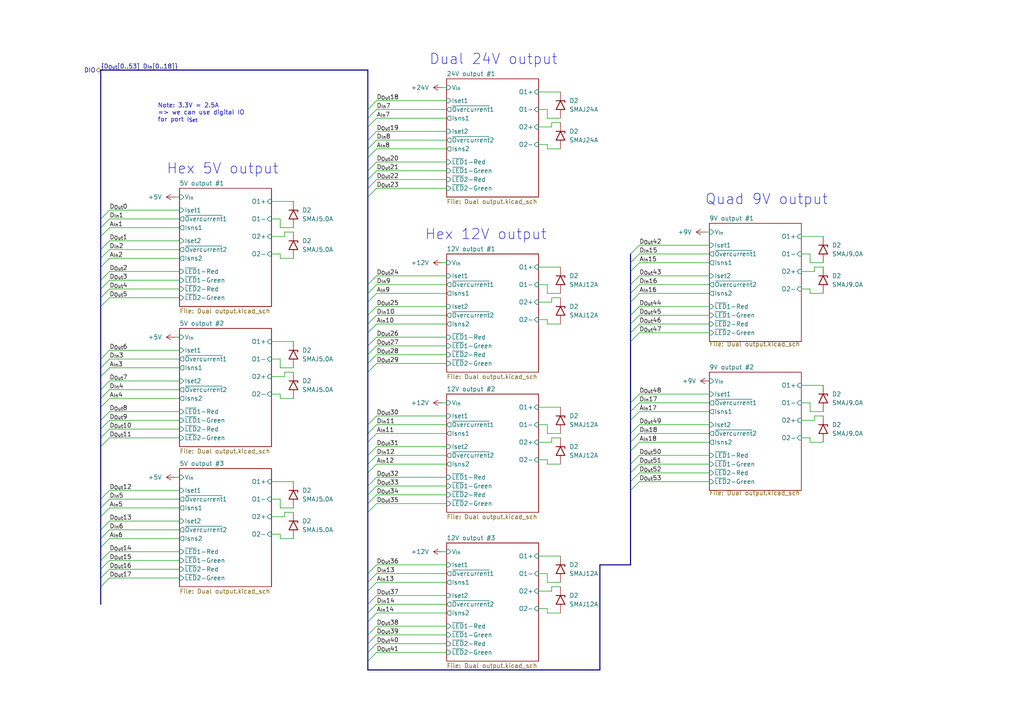
<source format=kicad_sch>
(kicad_sch (version 20230121) (generator eeschema)
  (paper "A4")
  (lib_symbols
    (symbol "Diode:SMAJ12A" (pin_numbers hide) (pin_names (offset 1.016) hide)
      (property "Reference" "D" (at 0 2.54 0))
      (property "Value" "SMAJ12A" (at 0 -2.54 0))
      (symbol "SMAJ12A_0_1"
        (polyline (pts (xy -0.762 1.27) (xy -1.27 1.27) (xy -1.27 -1.27)) (stroke (width 0.254)))
        (polyline (pts (xy 1.27 1.27) (xy 1.27 -1.27) (xy -1.27 0) (xy 1.27 1.27)) (stroke (width 0.254)))
      )
      (symbol "SMAJ12A_1_1"
        (pin passive line (at -3.81 0 0) (length 2.54) (name "A1") (number "1"))
        (pin passive line (at 3.81 0 180) (length 2.54) (name "A2") (number "2"))
      )
    )
    (symbol "power:+12V" (power) (pin_names (offset 0))
      (property "Value" "+12V" (at 0 3.556 0))
      (symbol "+12V_0_1"
        (polyline (pts (xy -0.762 1.27) (xy 0 2.54)))
        (polyline (pts (xy 0 0) (xy 0 2.54)))
        (polyline (pts (xy 0 2.54) (xy 0.762 1.27)))
      )
      (symbol "+12V_1_1"
        (pin power_in line (at 0 0 90) (length 0) hide (name "+12V") (number "1"))
      )
    )
    (symbol "power:+24V" (power) (pin_names (offset 0))
      (property "Value" "+24V" (at 0 3.556 0))
      (symbol "+24V_0_1"
        (polyline (pts (xy -0.762 1.27) (xy 0 2.54)))
        (polyline (pts (xy 0 0) (xy 0 2.54)))
        (polyline (pts (xy 0 2.54) (xy 0.762 1.27)))
      )
      (symbol "+24V_1_1"
        (pin power_in line (at 0 0 90) (length 0) hide (name "+24V") (number "1"))
      )
    )
    (symbol "power:+5V" (power) (pin_names (offset 0))
      (property "Value" "+5V" (at 0 3.556 0))
      (symbol "+5V_0_1"
        (polyline (pts (xy -0.762 1.27) (xy 0 2.54)))
        (polyline (pts (xy 0 0) (xy 0 2.54)))
        (polyline (pts (xy 0 2.54) (xy 0.762 1.27)))
      )
      (symbol "+5V_1_1"
        (pin power_in line (at 0 0 90) (length 0) hide (name "+5V") (number "1"))
      )
    )
    (symbol "power:+9V" (power) (pin_names (offset 0))
      (property "Value" "+9V" (at 0 3.556 0))
      (symbol "+9V_0_1"
        (polyline (pts (xy -0.762 1.27) (xy 0 2.54)))
        (polyline (pts (xy 0 0) (xy 0 2.54)))
        (polyline (pts (xy 0 2.54) (xy 0.762 1.27)))
      )
      (symbol "+9V_1_1"
        (pin power_in line (at 0 0 90) (length 0) hide (name "+9V") (number "1"))
      )
    )
  )
  (bus_entry (at 182.88 142.24) (size 2.54 -2.54))
  (bus_entry (at 182.88 87.63) (size 2.54 -2.54))
  (bus_entry (at 182.88 128.27) (size 2.54 -2.54))
  (bus_entry (at 106.68 175.26) (size 2.54 -2.54))
  (bus_entry (at 106.68 57.15) (size 2.54 -2.54))
  (bus_entry (at 182.88 82.55) (size 2.54 -2.54))
  (bus_entry (at 29.21 106.68) (size 2.54 -2.54))
  (bus_entry (at 29.21 147.32) (size 2.54 -2.54))
  (bus_entry (at 106.68 148.59) (size 2.54 -2.54))
  (bus_entry (at 29.21 74.93) (size 2.54 -2.54))
  (bus_entry (at 106.68 93.98) (size 2.54 -2.54))
  (bus_entry (at 29.21 115.57) (size 2.54 -2.54))
  (bus_entry (at 106.68 105.41) (size 2.54 -2.54))
  (bus_entry (at 29.21 124.46) (size 2.54 -2.54))
  (bus_entry (at 106.68 36.83) (size 2.54 -2.54))
  (bus_entry (at 182.88 134.62) (size 2.54 -2.54))
  (bus_entry (at 106.68 191.77) (size 2.54 -2.54))
  (bus_entry (at 106.68 132.08) (size 2.54 -2.54))
  (bus_entry (at 29.21 167.64) (size 2.54 -2.54))
  (bus_entry (at 106.68 171.45) (size 2.54 -2.54))
  (bus_entry (at 182.88 76.2) (size 2.54 -2.54))
  (bus_entry (at 182.88 121.92) (size 2.54 -2.54))
  (bus_entry (at 29.21 127) (size 2.54 -2.54))
  (bus_entry (at 106.68 137.16) (size 2.54 -2.54))
  (bus_entry (at 29.21 129.54) (size 2.54 -2.54))
  (bus_entry (at 106.68 91.44) (size 2.54 -2.54))
  (bus_entry (at 29.21 68.58) (size 2.54 -2.54))
  (bus_entry (at 106.68 40.64) (size 2.54 -2.54))
  (bus_entry (at 106.68 140.97) (size 2.54 -2.54))
  (bus_entry (at 106.68 31.75) (size 2.54 -2.54))
  (bus_entry (at 106.68 85.09) (size 2.54 -2.54))
  (bus_entry (at 106.68 189.23) (size 2.54 -2.54))
  (bus_entry (at 29.21 149.86) (size 2.54 -2.54))
  (bus_entry (at 106.68 107.95) (size 2.54 -2.54))
  (bus_entry (at 106.68 54.61) (size 2.54 -2.54))
  (bus_entry (at 106.68 87.63) (size 2.54 -2.54))
  (bus_entry (at 106.68 146.05) (size 2.54 -2.54))
  (bus_entry (at 106.68 128.27) (size 2.54 -2.54))
  (bus_entry (at 29.21 121.92) (size 2.54 -2.54))
  (bus_entry (at 29.21 153.67) (size 2.54 -2.54))
  (bus_entry (at 29.21 77.47) (size 2.54 -2.54))
  (bus_entry (at 182.88 93.98) (size 2.54 -2.54))
  (bus_entry (at 182.88 73.66) (size 2.54 -2.54))
  (bus_entry (at 182.88 139.7) (size 2.54 -2.54))
  (bus_entry (at 182.88 78.74) (size 2.54 -2.54))
  (bus_entry (at 29.21 86.36) (size 2.54 -2.54))
  (bus_entry (at 182.88 125.73) (size 2.54 -2.54))
  (bus_entry (at 106.68 134.62) (size 2.54 -2.54))
  (bus_entry (at 106.68 143.51) (size 2.54 -2.54))
  (bus_entry (at 29.21 113.03) (size 2.54 -2.54))
  (bus_entry (at 106.68 45.72) (size 2.54 -2.54))
  (bus_entry (at 106.68 184.15) (size 2.54 -2.54))
  (bus_entry (at 29.21 109.22) (size 2.54 -2.54))
  (bus_entry (at 182.88 96.52) (size 2.54 -2.54))
  (bus_entry (at 29.21 165.1) (size 2.54 -2.54))
  (bus_entry (at 29.21 118.11) (size 2.54 -2.54))
  (bus_entry (at 106.68 166.37) (size 2.54 -2.54))
  (bus_entry (at 182.88 116.84) (size 2.54 -2.54))
  (bus_entry (at 29.21 156.21) (size 2.54 -2.54))
  (bus_entry (at 29.21 144.78) (size 2.54 -2.54))
  (bus_entry (at 106.68 186.69) (size 2.54 -2.54))
  (bus_entry (at 182.88 119.38) (size 2.54 -2.54))
  (bus_entry (at 29.21 88.9) (size 2.54 -2.54))
  (bus_entry (at 182.88 99.06) (size 2.54 -2.54))
  (bus_entry (at 29.21 63.5) (size 2.54 -2.54))
  (bus_entry (at 106.68 180.34) (size 2.54 -2.54))
  (bus_entry (at 106.68 52.07) (size 2.54 -2.54))
  (bus_entry (at 106.68 123.19) (size 2.54 -2.54))
  (bus_entry (at 106.68 177.8) (size 2.54 -2.54))
  (bus_entry (at 106.68 100.33) (size 2.54 -2.54))
  (bus_entry (at 182.88 137.16) (size 2.54 -2.54))
  (bus_entry (at 182.88 85.09) (size 2.54 -2.54))
  (bus_entry (at 29.21 83.82) (size 2.54 -2.54))
  (bus_entry (at 106.68 125.73) (size 2.54 -2.54))
  (bus_entry (at 29.21 158.75) (size 2.54 -2.54))
  (bus_entry (at 182.88 91.44) (size 2.54 -2.54))
  (bus_entry (at 106.68 168.91) (size 2.54 -2.54))
  (bus_entry (at 106.68 49.53) (size 2.54 -2.54))
  (bus_entry (at 106.68 102.87) (size 2.54 -2.54))
  (bus_entry (at 106.68 82.55) (size 2.54 -2.54))
  (bus_entry (at 29.21 170.18) (size 2.54 -2.54))
  (bus_entry (at 182.88 130.81) (size 2.54 -2.54))
  (bus_entry (at 29.21 162.56) (size 2.54 -2.54))
  (bus_entry (at 29.21 72.39) (size 2.54 -2.54))
  (bus_entry (at 29.21 81.28) (size 2.54 -2.54))
  (bus_entry (at 106.68 43.18) (size 2.54 -2.54))
  (bus_entry (at 29.21 104.14) (size 2.54 -2.54))
  (bus_entry (at 106.68 34.29) (size 2.54 -2.54))
  (bus_entry (at 29.21 66.04) (size 2.54 -2.54))
  (bus_entry (at 106.68 96.52) (size 2.54 -2.54))
  (bus (pts (xy 29.21 144.78) (xy 29.21 147.32)))
  (bus (pts (xy 106.68 87.63) (xy 106.68 91.44)))
  (wire (pts (xy 158.75 125.73) (xy 162.56 125.73)))
  (wire (pts (xy 162.56 170.18) (xy 160.02 170.18)))
  (wire (pts (xy 232.41 68.58) (xy 238.76 68.58)))
  (wire (pts (xy 109.22 52.07) (xy 129.54 52.07)))
  (wire (pts (xy 31.75 101.6) (xy 52.07 101.6)))
  (bus (pts (xy 29.21 106.68) (xy 29.21 109.22)))
  (bus (pts (xy 106.68 148.59) (xy 106.68 166.37)))
  (wire (pts (xy 158.75 41.91) (xy 158.75 43.18)))
  (bus (pts (xy 29.21 170.18) (xy 29.21 175.26)))
  (bus (pts (xy 182.88 125.73) (xy 182.88 128.27)))
  (wire (pts (xy 31.75 83.82) (xy 52.07 83.82)))
  (wire (pts (xy 109.22 97.79) (xy 129.54 97.79)))
  (wire (pts (xy 109.22 43.18) (xy 129.54 43.18)))
  (bus (pts (xy 29.21 153.67) (xy 29.21 156.21)))
  (wire (pts (xy 160.02 128.27) (xy 156.21 128.27)))
  (bus (pts (xy 182.88 73.66) (xy 182.88 76.2)))
  (bus (pts (xy 106.68 105.41) (xy 106.68 107.95)))
  (wire (pts (xy 31.75 165.1) (xy 52.07 165.1)))
  (wire (pts (xy 78.74 154.94) (xy 81.28 154.94)))
  (wire (pts (xy 185.42 116.84) (xy 205.74 116.84)))
  (wire (pts (xy 81.28 63.5) (xy 81.28 66.04)))
  (wire (pts (xy 232.41 73.66) (xy 234.95 73.66)))
  (wire (pts (xy 234.95 127) (xy 234.95 128.27)))
  (wire (pts (xy 109.22 93.98) (xy 129.54 93.98)))
  (wire (pts (xy 109.22 105.41) (xy 129.54 105.41)))
  (wire (pts (xy 31.75 160.02) (xy 52.07 160.02)))
  (wire (pts (xy 31.75 153.67) (xy 52.07 153.67)))
  (wire (pts (xy 50.8 57.15) (xy 52.07 57.15)))
  (wire (pts (xy 31.75 119.38) (xy 52.07 119.38)))
  (wire (pts (xy 31.75 78.74) (xy 52.07 78.74)))
  (wire (pts (xy 109.22 91.44) (xy 129.54 91.44)))
  (bus (pts (xy 106.68 134.62) (xy 106.68 137.16)))
  (wire (pts (xy 185.42 96.52) (xy 205.74 96.52)))
  (wire (pts (xy 156.21 123.19) (xy 158.75 123.19)))
  (wire (pts (xy 185.42 76.2) (xy 205.74 76.2)))
  (wire (pts (xy 31.75 162.56) (xy 52.07 162.56)))
  (bus (pts (xy 106.68 52.07) (xy 106.68 54.61)))
  (wire (pts (xy 156.21 82.55) (xy 158.75 82.55)))
  (wire (pts (xy 31.75 121.92) (xy 52.07 121.92)))
  (bus (pts (xy 182.88 93.98) (xy 182.88 96.52)))
  (wire (pts (xy 128.27 25.4) (xy 129.54 25.4)))
  (wire (pts (xy 109.22 49.53) (xy 129.54 49.53)))
  (wire (pts (xy 232.41 116.84) (xy 234.95 116.84)))
  (wire (pts (xy 82.55 68.58) (xy 78.74 68.58)))
  (wire (pts (xy 31.75 156.21) (xy 52.07 156.21)))
  (bus (pts (xy 29.21 162.56) (xy 29.21 165.1)))
  (wire (pts (xy 78.74 139.7) (xy 85.09 139.7)))
  (bus (pts (xy 106.68 102.87) (xy 106.68 105.41)))
  (bus (pts (xy 106.68 85.09) (xy 106.68 87.63)))
  (wire (pts (xy 162.56 86.36) (xy 160.02 86.36)))
  (wire (pts (xy 238.76 77.47) (xy 236.22 77.47)))
  (bus (pts (xy 29.21 68.58) (xy 29.21 72.39)))
  (bus (pts (xy 182.88 78.74) (xy 182.88 82.55)))
  (wire (pts (xy 158.75 85.09) (xy 162.56 85.09)))
  (wire (pts (xy 78.74 73.66) (xy 81.28 73.66)))
  (bus (pts (xy 29.21 124.46) (xy 29.21 127)))
  (wire (pts (xy 236.22 77.47) (xy 236.22 78.74)))
  (wire (pts (xy 160.02 127) (xy 160.02 128.27)))
  (wire (pts (xy 156.21 118.11) (xy 162.56 118.11)))
  (wire (pts (xy 158.75 93.98) (xy 162.56 93.98)))
  (bus (pts (xy 106.68 107.95) (xy 106.68 123.19)))
  (wire (pts (xy 81.28 104.14) (xy 81.28 106.68)))
  (bus (pts (xy 106.68 171.45) (xy 106.68 175.26)))
  (wire (pts (xy 160.02 86.36) (xy 160.02 87.63)))
  (wire (pts (xy 158.75 123.19) (xy 158.75 125.73)))
  (bus (pts (xy 106.68 175.26) (xy 106.68 177.8)))
  (wire (pts (xy 185.42 114.3) (xy 205.74 114.3)))
  (wire (pts (xy 156.21 31.75) (xy 158.75 31.75)))
  (wire (pts (xy 78.74 58.42) (xy 85.09 58.42)))
  (wire (pts (xy 185.42 125.73) (xy 205.74 125.73)))
  (wire (pts (xy 81.28 144.78) (xy 81.28 147.32)))
  (bus (pts (xy 182.88 91.44) (xy 182.88 93.98)))
  (wire (pts (xy 185.42 80.01) (xy 205.74 80.01)))
  (wire (pts (xy 85.09 67.31) (xy 82.55 67.31)))
  (bus (pts (xy 182.88 96.52) (xy 182.88 99.06)))
  (wire (pts (xy 158.75 31.75) (xy 158.75 34.29)))
  (wire (pts (xy 109.22 46.99) (xy 129.54 46.99)))
  (bus (pts (xy 106.68 168.91) (xy 106.68 171.45)))
  (wire (pts (xy 185.42 128.27) (xy 205.74 128.27)))
  (wire (pts (xy 31.75 110.49) (xy 52.07 110.49)))
  (bus (pts (xy 106.68 91.44) (xy 106.68 93.98)))
  (wire (pts (xy 109.22 34.29) (xy 129.54 34.29)))
  (wire (pts (xy 109.22 134.62) (xy 129.54 134.62)))
  (wire (pts (xy 31.75 151.13) (xy 52.07 151.13)))
  (bus (pts (xy 106.68 100.33) (xy 106.68 102.87)))
  (bus (pts (xy 29.21 167.64) (xy 29.21 170.18)))
  (wire (pts (xy 82.55 148.59) (xy 82.55 149.86)))
  (bus (pts (xy 182.88 85.09) (xy 182.88 87.63)))
  (bus (pts (xy 29.21 109.22) (xy 29.21 113.03)))
  (wire (pts (xy 109.22 54.61) (xy 129.54 54.61)))
  (wire (pts (xy 156.21 92.71) (xy 158.75 92.71)))
  (wire (pts (xy 238.76 120.65) (xy 236.22 120.65)))
  (wire (pts (xy 158.75 168.91) (xy 162.56 168.91)))
  (wire (pts (xy 85.09 107.95) (xy 82.55 107.95)))
  (wire (pts (xy 234.95 83.82) (xy 234.95 85.09)))
  (bus (pts (xy 29.21 115.57) (xy 29.21 118.11)))
  (wire (pts (xy 160.02 35.56) (xy 160.02 36.83)))
  (bus (pts (xy 29.21 118.11) (xy 29.21 121.92)))
  (wire (pts (xy 156.21 161.29) (xy 162.56 161.29)))
  (bus (pts (xy 182.88 116.84) (xy 182.88 119.38)))
  (wire (pts (xy 185.42 71.12) (xy 205.74 71.12)))
  (wire (pts (xy 31.75 113.03) (xy 52.07 113.03)))
  (wire (pts (xy 185.42 91.44) (xy 205.74 91.44)))
  (wire (pts (xy 81.28 115.57) (xy 85.09 115.57)))
  (wire (pts (xy 81.28 106.68) (xy 85.09 106.68)))
  (bus (pts (xy 182.88 139.7) (xy 182.88 142.24)))
  (bus (pts (xy 106.68 132.08) (xy 106.68 134.62)))
  (bus (pts (xy 182.88 87.63) (xy 182.88 91.44)))
  (wire (pts (xy 31.75 104.14) (xy 52.07 104.14)))
  (wire (pts (xy 128.27 160.02) (xy 129.54 160.02)))
  (wire (pts (xy 128.27 116.84) (xy 129.54 116.84)))
  (wire (pts (xy 31.75 66.04) (xy 52.07 66.04)))
  (wire (pts (xy 81.28 147.32) (xy 85.09 147.32)))
  (wire (pts (xy 109.22 125.73) (xy 129.54 125.73)))
  (wire (pts (xy 156.21 77.47) (xy 162.56 77.47)))
  (wire (pts (xy 185.42 139.7) (xy 205.74 139.7)))
  (wire (pts (xy 31.75 147.32) (xy 52.07 147.32)))
  (wire (pts (xy 156.21 176.53) (xy 158.75 176.53)))
  (wire (pts (xy 185.42 88.9) (xy 205.74 88.9)))
  (wire (pts (xy 78.74 99.06) (xy 85.09 99.06)))
  (bus (pts (xy 106.68 123.19) (xy 106.68 125.73)))
  (bus (pts (xy 182.88 82.55) (xy 182.88 85.09)))
  (wire (pts (xy 78.74 104.14) (xy 81.28 104.14)))
  (bus (pts (xy 106.68 125.73) (xy 106.68 128.27)))
  (wire (pts (xy 31.75 167.64) (xy 52.07 167.64)))
  (bus (pts (xy 106.68 93.98) (xy 106.68 96.52)))
  (bus (pts (xy 106.68 180.34) (xy 106.68 184.15)))
  (bus (pts (xy 106.68 34.29) (xy 106.68 36.83)))
  (bus (pts (xy 29.21 127) (xy 29.21 129.54)))
  (wire (pts (xy 204.47 67.31) (xy 205.74 67.31)))
  (bus (pts (xy 29.21 72.39) (xy 29.21 74.93)))
  (bus (pts (xy 173.99 194.31) (xy 106.68 194.31)))
  (bus (pts (xy 106.68 143.51) (xy 106.68 146.05)))
  (wire (pts (xy 158.75 166.37) (xy 158.75 168.91)))
  (bus (pts (xy 182.88 130.81) (xy 182.88 134.62)))
  (bus (pts (xy 182.88 137.16) (xy 182.88 139.7)))
  (wire (pts (xy 31.75 81.28) (xy 52.07 81.28)))
  (wire (pts (xy 31.75 69.85) (xy 52.07 69.85)))
  (wire (pts (xy 158.75 82.55) (xy 158.75 85.09)))
  (bus (pts (xy 106.68 146.05) (xy 106.68 148.59)))
  (wire (pts (xy 185.42 134.62) (xy 205.74 134.62)))
  (wire (pts (xy 158.75 176.53) (xy 158.75 177.8)))
  (wire (pts (xy 160.02 36.83) (xy 156.21 36.83)))
  (bus (pts (xy 106.68 54.61) (xy 106.68 57.15)))
  (bus (pts (xy 29.21 129.54) (xy 29.21 144.78)))
  (wire (pts (xy 109.22 177.8) (xy 129.54 177.8)))
  (wire (pts (xy 31.75 142.24) (xy 52.07 142.24)))
  (wire (pts (xy 109.22 138.43) (xy 129.54 138.43)))
  (wire (pts (xy 158.75 133.35) (xy 158.75 134.62)))
  (wire (pts (xy 109.22 40.64) (xy 129.54 40.64)))
  (bus (pts (xy 182.88 121.92) (xy 182.88 125.73)))
  (wire (pts (xy 234.95 128.27) (xy 238.76 128.27)))
  (wire (pts (xy 109.22 82.55) (xy 129.54 82.55)))
  (bus (pts (xy 106.68 49.53) (xy 106.68 52.07)))
  (bus (pts (xy 106.68 45.72) (xy 106.68 49.53)))
  (bus (pts (xy 106.68 184.15) (xy 106.68 186.69)))
  (wire (pts (xy 109.22 181.61) (xy 129.54 181.61)))
  (wire (pts (xy 185.42 93.98) (xy 205.74 93.98)))
  (wire (pts (xy 109.22 186.69) (xy 129.54 186.69)))
  (wire (pts (xy 78.74 63.5) (xy 81.28 63.5)))
  (wire (pts (xy 128.27 76.2) (xy 129.54 76.2)))
  (wire (pts (xy 109.22 140.97) (xy 129.54 140.97)))
  (wire (pts (xy 234.95 119.38) (xy 238.76 119.38)))
  (wire (pts (xy 109.22 172.72) (xy 129.54 172.72)))
  (wire (pts (xy 109.22 123.19) (xy 129.54 123.19)))
  (wire (pts (xy 158.75 134.62) (xy 162.56 134.62)))
  (bus (pts (xy 106.68 186.69) (xy 106.68 189.23)))
  (wire (pts (xy 185.42 123.19) (xy 205.74 123.19)))
  (wire (pts (xy 160.02 170.18) (xy 160.02 171.45)))
  (wire (pts (xy 236.22 121.92) (xy 232.41 121.92)))
  (bus (pts (xy 29.21 156.21) (xy 29.21 158.75)))
  (bus (pts (xy 29.21 147.32) (xy 29.21 149.86)))
  (wire (pts (xy 82.55 67.31) (xy 82.55 68.58)))
  (bus (pts (xy 182.88 134.62) (xy 182.88 137.16)))
  (bus (pts (xy 106.68 140.97) (xy 106.68 143.51)))
  (wire (pts (xy 81.28 73.66) (xy 81.28 74.93)))
  (wire (pts (xy 236.22 78.74) (xy 232.41 78.74)))
  (bus (pts (xy 29.21 104.14) (xy 29.21 106.68)))
  (wire (pts (xy 78.74 114.3) (xy 81.28 114.3)))
  (bus (pts (xy 106.68 40.64) (xy 106.68 43.18)))
  (wire (pts (xy 232.41 127) (xy 234.95 127)))
  (wire (pts (xy 185.42 119.38) (xy 205.74 119.38)))
  (wire (pts (xy 109.22 163.83) (xy 129.54 163.83)))
  (wire (pts (xy 156.21 133.35) (xy 158.75 133.35)))
  (wire (pts (xy 31.75 115.57) (xy 52.07 115.57)))
  (wire (pts (xy 31.75 106.68) (xy 52.07 106.68)))
  (wire (pts (xy 109.22 38.1) (xy 129.54 38.1)))
  (bus (pts (xy 106.68 128.27) (xy 106.68 132.08)))
  (bus (pts (xy 182.88 76.2) (xy 182.88 78.74)))
  (wire (pts (xy 109.22 146.05) (xy 129.54 146.05)))
  (wire (pts (xy 185.42 137.16) (xy 205.74 137.16)))
  (wire (pts (xy 31.75 124.46) (xy 52.07 124.46)))
  (bus (pts (xy 182.88 119.38) (xy 182.88 121.92)))
  (bus (pts (xy 29.21 113.03) (xy 29.21 115.57)))
  (bus (pts (xy 106.68 20.32) (xy 106.68 31.75)))
  (wire (pts (xy 31.75 60.96) (xy 52.07 60.96)))
  (wire (pts (xy 162.56 127) (xy 160.02 127)))
  (wire (pts (xy 109.22 189.23) (xy 129.54 189.23)))
  (wire (pts (xy 158.75 34.29) (xy 162.56 34.29)))
  (bus (pts (xy 106.68 191.77) (xy 106.68 194.31)))
  (wire (pts (xy 31.75 63.5) (xy 52.07 63.5)))
  (wire (pts (xy 109.22 168.91) (xy 129.54 168.91)))
  (bus (pts (xy 106.68 189.23) (xy 106.68 191.77)))
  (wire (pts (xy 82.55 109.22) (xy 78.74 109.22)))
  (bus (pts (xy 106.68 57.15) (xy 106.68 82.55)))
  (bus (pts (xy 106.68 137.16) (xy 106.68 140.97)))
  (wire (pts (xy 232.41 111.76) (xy 238.76 111.76)))
  (wire (pts (xy 109.22 85.09) (xy 129.54 85.09)))
  (wire (pts (xy 234.95 73.66) (xy 234.95 76.2)))
  (wire (pts (xy 50.8 138.43) (xy 52.07 138.43)))
  (bus (pts (xy 29.21 74.93) (xy 29.21 77.47)))
  (bus (pts (xy 182.88 142.24) (xy 182.88 163.83)))
  (wire (pts (xy 109.22 143.51) (xy 129.54 143.51)))
  (wire (pts (xy 31.75 74.93) (xy 52.07 74.93)))
  (bus (pts (xy 173.99 163.83) (xy 173.99 194.31)))
  (bus (pts (xy 29.21 88.9) (xy 29.21 104.14)))
  (wire (pts (xy 234.95 116.84) (xy 234.95 119.38)))
  (wire (pts (xy 81.28 66.04) (xy 85.09 66.04)))
  (bus (pts (xy 29.21 121.92) (xy 29.21 124.46)))
  (bus (pts (xy 29.21 165.1) (xy 29.21 167.64)))
  (wire (pts (xy 185.42 73.66) (xy 205.74 73.66)))
  (bus (pts (xy 106.68 96.52) (xy 106.68 100.33)))
  (wire (pts (xy 50.8 97.79) (xy 52.07 97.79)))
  (bus (pts (xy 29.21 63.5) (xy 29.21 66.04)))
  (wire (pts (xy 234.95 85.09) (xy 238.76 85.09)))
  (bus (pts (xy 106.68 166.37) (xy 106.68 168.91)))
  (wire (pts (xy 232.41 83.82) (xy 234.95 83.82)))
  (wire (pts (xy 78.74 144.78) (xy 81.28 144.78)))
  (bus (pts (xy 182.88 163.83) (xy 173.99 163.83)))
  (bus (pts (xy 106.68 31.75) (xy 106.68 34.29)))
  (wire (pts (xy 109.22 129.54) (xy 129.54 129.54)))
  (bus (pts (xy 29.21 158.75) (xy 29.21 162.56)))
  (wire (pts (xy 160.02 171.45) (xy 156.21 171.45)))
  (bus (pts (xy 106.68 36.83) (xy 106.68 40.64)))
  (wire (pts (xy 109.22 102.87) (xy 129.54 102.87)))
  (wire (pts (xy 31.75 86.36) (xy 52.07 86.36)))
  (wire (pts (xy 109.22 175.26) (xy 129.54 175.26)))
  (bus (pts (xy 106.68 82.55) (xy 106.68 85.09)))
  (wire (pts (xy 82.55 149.86) (xy 78.74 149.86)))
  (wire (pts (xy 156.21 26.67) (xy 162.56 26.67)))
  (bus (pts (xy 182.88 128.27) (xy 182.88 130.81)))
  (wire (pts (xy 81.28 156.21) (xy 85.09 156.21)))
  (wire (pts (xy 109.22 100.33) (xy 129.54 100.33)))
  (wire (pts (xy 185.42 85.09) (xy 205.74 85.09)))
  (bus (pts (xy 29.21 20.32) (xy 106.68 20.32)))
  (wire (pts (xy 109.22 31.75) (xy 129.54 31.75)))
  (wire (pts (xy 109.22 29.21) (xy 129.54 29.21)))
  (wire (pts (xy 156.21 41.91) (xy 158.75 41.91)))
  (wire (pts (xy 185.42 132.08) (xy 205.74 132.08)))
  (bus (pts (xy 29.21 20.32) (xy 29.21 63.5)))
  (bus (pts (xy 29.21 66.04) (xy 29.21 68.58)))
  (wire (pts (xy 160.02 87.63) (xy 156.21 87.63)))
  (wire (pts (xy 31.75 144.78) (xy 52.07 144.78)))
  (bus (pts (xy 29.21 86.36) (xy 29.21 88.9)))
  (wire (pts (xy 31.75 127) (xy 52.07 127)))
  (bus (pts (xy 182.88 99.06) (xy 182.88 116.84)))
  (wire (pts (xy 162.56 35.56) (xy 160.02 35.56)))
  (bus (pts (xy 29.21 83.82) (xy 29.21 86.36)))
  (wire (pts (xy 81.28 114.3) (xy 81.28 115.57)))
  (wire (pts (xy 82.55 107.95) (xy 82.55 109.22)))
  (bus (pts (xy 106.68 177.8) (xy 106.68 180.34)))
  (wire (pts (xy 109.22 120.65) (xy 129.54 120.65)))
  (wire (pts (xy 185.42 82.55) (xy 205.74 82.55)))
  (wire (pts (xy 109.22 184.15) (xy 129.54 184.15)))
  (wire (pts (xy 109.22 80.01) (xy 129.54 80.01)))
  (wire (pts (xy 109.22 88.9) (xy 129.54 88.9)))
  (wire (pts (xy 158.75 177.8) (xy 162.56 177.8)))
  (bus (pts (xy 29.21 81.28) (xy 29.21 83.82)))
  (wire (pts (xy 236.22 120.65) (xy 236.22 121.92)))
  (wire (pts (xy 109.22 132.08) (xy 129.54 132.08)))
  (bus (pts (xy 29.21 77.47) (xy 29.21 81.28)))
  (wire (pts (xy 156.21 166.37) (xy 158.75 166.37)))
  (wire (pts (xy 85.09 148.59) (xy 82.55 148.59)))
  (wire (pts (xy 81.28 74.93) (xy 85.09 74.93)))
  (wire (pts (xy 158.75 92.71) (xy 158.75 93.98)))
  (wire (pts (xy 31.75 72.39) (xy 52.07 72.39)))
  (bus (pts (xy 29.21 149.86) (xy 29.21 153.67)))
  (wire (pts (xy 109.22 166.37) (xy 129.54 166.37)))
  (bus (pts (xy 106.68 43.18) (xy 106.68 45.72)))
  (wire (pts (xy 234.95 76.2) (xy 238.76 76.2)))
  (wire (pts (xy 158.75 43.18) (xy 162.56 43.18)))
  (wire (pts (xy 81.28 154.94) (xy 81.28 156.21)))
  (text "Note: 3.3V = 2.5A\n=> we can use digital IO\nfor port I_{Set}" (at 45.72 35.56 0) (effects (font (size 1.27 1.27)) (justify left bottom)))
  (text "Hex 12V output\n" (at 123.19 69.85 0) (effects (font (size 3 3)) (justify left bottom)))
  (text "Hex 5V output\n" (at 48.26 50.8 0) (effects (font (size 3 3)) (justify left bottom)))
  (text "Quad 9V output" (at 204.47 59.69 0) (effects (font (size 3 3)) (justify left bottom)))
  (text "Dual 24V output" (at 124.46 19.05 0) (effects (font (size 3 3)) (justify left bottom)))
  (label "D_{Out}29" (at 109.22 105.41 0))
  (label "A_{In}12" (at 109.22 134.62 0))
  (label "D_{Out}7" (at 31.75 110.49 0))
  (label "A_{In}6" (at 31.75 156.21 0))
  (label "D_{In}14" (at 109.22 175.26 0))
  (label "D_{Out}37" (at 109.22 172.72 0))
  (label "D_{In}15" (at 185.42 73.66 0))
  (label "D_{Out}39" (at 109.22 184.15 0))
  (label "D_{In}9" (at 109.22 82.55 0))
  (label "A_{In}9" (at 109.22 85.09 0))
  (label "D_{Out}0" (at 31.75 60.96 0))
  (label "D_{Out}20" (at 109.22 46.99 0))
  (label "A_{In}11" (at 109.22 125.73 0))
  (label "D_{Out}53" (at 185.42 139.7 0))
  (label "D_{Out}5" (at 31.75 86.36 0))
  (label "D_{Out}24" (at 109.22 80.01 0))
  (label "D_{Out}46" (at 185.42 93.98 0))
  (label "D_{In}2" (at 31.75 72.39 0))
  (label "A_{In}3" (at 31.75 106.68 0))
  (label "D_{Out}28" (at 109.22 102.87 0))
  (label "{D_{Out}[0..53] D_{In}[0..18]}" (at 29.21 20.32 0))
  (label "D_{Out}19" (at 109.22 38.1 0))
  (label "D_{Out}9" (at 31.75 121.92 0))
  (label "D_{Out}31" (at 109.22 129.54 0))
  (label "D_{Out}8" (at 31.75 119.38 0))
  (label "D_{In}3" (at 31.75 104.14 0))
  (label "A_{In}7" (at 109.22 34.29 0))
  (label "D_{Out}44" (at 185.42 88.9 0))
  (label "D_{Out}52" (at 185.42 137.16 0))
  (label "D_{Out}49" (at 185.42 123.19 0))
  (label "D_{In}16" (at 185.42 82.55 0))
  (label "D_{In}12" (at 109.22 132.08 0))
  (label "A_{In}5" (at 31.75 147.32 0))
  (label "A_{In}10" (at 109.22 93.98 0))
  (label "D_{Out}22" (at 109.22 52.07 0))
  (label "D_{Out}30" (at 109.22 120.65 0))
  (label "D_{Out}11" (at 31.75 127 0))
  (label "D_{Out}45" (at 185.42 91.44 0))
  (label "D_{Out}35" (at 109.22 146.05 0))
  (label "D_{Out}18" (at 109.22 29.21 0))
  (label "D_{Out}36" (at 109.22 163.83 0))
  (label "D_{Out}14" (at 31.75 160.02 0))
  (label "A_{In}16" (at 185.42 85.09 0))
  (label "D_{In}4" (at 31.75 113.03 0))
  (label "D_{Out}6" (at 31.75 101.6 0))
  (label "A_{In}18" (at 185.42 128.27 0))
  (label "D_{Out}43" (at 185.42 80.01 0))
  (label "D_{In}7" (at 109.22 31.75 0))
  (label "D_{Out}38" (at 109.22 181.61 0))
  (label "D_{In}1" (at 31.75 63.5 0))
  (label "D_{In}6" (at 31.75 153.67 0))
  (label "D_{Out}3" (at 31.75 81.28 0))
  (label "D_{Out}21" (at 109.22 49.53 0))
  (label "D_{In}17" (at 185.42 116.84 0))
  (label "D_{In}8" (at 109.22 40.64 0))
  (label "D_{In}11" (at 109.22 123.19 0))
  (label "D_{Out}13" (at 31.75 151.13 0))
  (label "D_{Out}15" (at 31.75 162.56 0))
  (label "D_{In}13" (at 109.22 166.37 0))
  (label "D_{Out}10" (at 31.75 124.46 0))
  (label "D_{Out}47" (at 185.42 96.52 0))
  (label "D_{Out}33" (at 109.22 140.97 0))
  (label "D_{Out}2" (at 31.75 78.74 0))
  (label "D_{Out}50" (at 185.42 132.08 0))
  (label "D_{Out}12" (at 31.75 142.24 0))
  (label "D_{In}5" (at 31.75 144.78 0))
  (label "D_{Out}51" (at 185.42 134.62 0))
  (label "D_{Out}27" (at 109.22 100.33 0))
  (label "D_{Out}25" (at 109.22 88.9 0))
  (label "A_{In}13" (at 109.22 168.91 0))
  (label "D_{In}18" (at 185.42 125.73 0))
  (label "A_{In}17" (at 185.42 119.38 0))
  (label "D_{Out}16" (at 31.75 165.1 0))
  (label "D_{Out}41" (at 109.22 189.23 0))
  (label "A_{In}1" (at 31.75 66.04 0))
  (label "D_{Out}23" (at 109.22 54.61 0))
  (label "A_{In}15" (at 185.42 76.2 0))
  (label "D_{Out}17" (at 31.75 167.64 0))
  (label "D_{Out}32" (at 109.22 138.43 0))
  (label "A_{In}8" (at 109.22 43.18 0))
  (label "D_{Out}48" (at 185.42 114.3 0))
  (label "D_{Out}34" (at 109.22 143.51 0))
  (label "D_{Out}4" (at 31.75 83.82 0))
  (label "A_{In}4" (at 31.75 115.57 0))
  (label "D_{Out}26" (at 109.22 97.79 0))
  (label "D_{In}10" (at 109.22 91.44 0))
  (label "D_{Out}42" (at 185.42 71.12 0))
  (label "D_{Out}40" (at 109.22 186.69 0))
  (label "A_{In}14" (at 109.22 177.8 0))
  (label "A_{In}2" (at 31.75 74.93 0))
  (label "D_{Out}1" (at 31.75 69.85 0))
  (hierarchical_label "DIO" (shape bidirectional) (at 29.21 20.32 180))
  (symbol (lib_id "power:+12V") (at 128.27 76.2 90) (unit 1)
    (property "Reference" "#PWR076" (effects hide))
    (property "Value" "+12V" (at 124.46 76.2 90) (effects (justify left)))
    (instances (project "OpenPowerDistribution" (path "" (reference "#PWR076") (unit 1)) (path "" (reference "#PWR0195") (unit 1))))
  )
  (symbol (lib_id "Diode:SMAJ12A") (at 85.09 111.76 270) (unit 1)
    (property "Reference" "D2" (at 87.63 110.49 90) (effects (justify left)))
    (property "Value" "SMAJ5.0A" (at 87.63 113.03 90) (effects (justify left)))
    (property "Footprint" "Diode_SMD:D_SMA" (effects hide))
    (instances (project "OpenPowerDistribution" (path "" (reference "D2") (unit 1)) (path "" (reference "D34") (unit 1)) (path "" (reference "D72") (unit 1))))
  )
  (symbol (lib_id "Diode:SMAJ12A") (at 238.76 124.46 270) (unit 1)
    (property "Reference" "D2" (at 241.3 123.19 90) (effects (justify left)))
    (property "Value" "SMAJ9.0A" (at 241.3 125.73 90) (effects (justify left)))
    (property "Footprint" "Diode_SMD:D_SMA" (effects hide))
    (instances (project "OpenPowerDistribution" (path "" (reference "D2") (unit 1)) (path "" (reference "D30") (unit 1)) (path "" (reference "D86") (unit 1))))
  )
  (symbol (lib_id "Diode:SMAJ12A") (at 162.56 90.17 270) (unit 1)
    (property "Reference" "D2" (at 165.1 88.9 90) (effects (justify left)))
    (property "Value" "SMAJ12A" (at 165.1 91.44 90) (effects (justify left)))
    (property "Footprint" "Diode_SMD:D_SMA" (effects hide))
    (instances (project "OpenPowerDistribution" (path "" (reference "D2") (unit 1)) (path "" (reference "D13") (unit 1)) (path "" (reference "D78") (unit 1))))
  )
  (symbol (lib_id "Diode:SMAJ12A") (at 85.09 71.12 270) (unit 1)
    (property "Reference" "D2" (at 87.63 69.85 90) (effects (justify left)))
    (property "Value" "SMAJ5.0A" (at 87.63 72.39 90) (effects (justify left)))
    (property "Footprint" "Diode_SMD:D_SMA" (effects hide))
    (instances (project "OpenPowerDistribution" (path "" (reference "D2") (unit 1)) (path "" (reference "D34") (unit 1)) (path "" (reference "D70") (unit 1))))
  )
  (symbol (lib_id "power:+5V") (at 50.8 97.79 90) (unit 1)
    (property "Reference" "#PWR079" (effects hide))
    (property "Value" "+5V" (at 46.99 97.79 90) (effects (justify left)))
    (instances (project "OpenPowerDistribution" (path "" (reference "#PWR079") (unit 1)) (path "" (reference "#PWR0192") (unit 1))))
  )
  (symbol (lib_id "power:+9V") (at 205.74 110.49 90) (unit 1)
    (property "Reference" "#PWR0199" (effects hide))
    (property "Value" "+9V" (at 201.93 110.49 90) (effects (justify left)))
  )
  (symbol (lib_id "Diode:SMAJ12A") (at 85.09 152.4 270) (unit 1)
    (property "Reference" "D2" (at 87.63 151.13 90) (effects (justify left)))
    (property "Value" "SMAJ5.0A" (at 87.63 153.67 90) (effects (justify left)))
    (property "Footprint" "Diode_SMD:D_SMA" (effects hide))
    (instances (project "OpenPowerDistribution" (path "" (reference "D2") (unit 1)) (path "" (reference "D34") (unit 1)) (path "" (reference "D74") (unit 1))))
  )
  (symbol (lib_id "power:+24V") (at 128.27 25.4 90) (unit 1)
    (property "Reference" "#PWR075" (effects hide))
    (property "Value" "+24V" (at 124.46 25.4 90) (effects (justify left)))
    (instances (project "OpenPowerDistribution" (path "" (reference "#PWR075") (unit 1)) (path "" (reference "#PWR0194") (unit 1))))
  )
  (symbol (lib_id "Diode:SMAJ12A") (at 85.09 102.87 270) (unit 1)
    (property "Reference" "D2" (at 87.63 101.6 90) (effects (justify left)))
    (property "Value" "SMAJ5.0A" (at 87.63 104.14 90) (effects (justify left)))
    (property "Footprint" "Diode_SMD:D_SMA" (effects hide))
    (instances (project "OpenPowerDistribution" (path "" (reference "D2") (unit 1)) (path "" (reference "D33") (unit 1)) (path "" (reference "D71") (unit 1))))
  )
  (symbol (lib_id "Diode:SMAJ12A") (at 162.56 173.99 270) (unit 1)
    (property "Reference" "D2" (at 165.1 172.72 90) (effects (justify left)))
    (property "Value" "SMAJ12A" (at 165.1 175.26 90) (effects (justify left)))
    (property "Footprint" "Diode_SMD:D_SMA" (effects hide))
    (instances (project "OpenPowerDistribution" (path "" (reference "D2") (unit 1)) (path "" (reference "D13") (unit 1)) (path "" (reference "D82") (unit 1))))
  )
  (symbol (lib_id "power:+5V") (at 50.8 138.43 90) (unit 1)
    (property "Reference" "#PWR079" (effects hide))
    (property "Value" "+5V" (at 46.99 138.43 90) (effects (justify left)))
    (instances (project "OpenPowerDistribution" (path "" (reference "#PWR079") (unit 1)) (path "" (reference "#PWR0193") (unit 1))))
  )
  (symbol (lib_id "Diode:SMAJ12A") (at 162.56 121.92 270) (unit 1)
    (property "Reference" "D2" (at 165.1 120.65 90) (effects (justify left)))
    (property "Value" "SMAJ12A" (at 165.1 123.19 90) (effects (justify left)))
    (property "Footprint" "Diode_SMD:D_SMA" (effects hide))
    (instances (project "OpenPowerDistribution" (path "" (reference "D2") (unit 1)) (path "" (reference "D12") (unit 1)) (path "" (reference "D79") (unit 1))))
  )
  (symbol (lib_id "Diode:SMAJ12A") (at 85.09 143.51 270) (unit 1)
    (property "Reference" "D2" (at 87.63 142.24 90) (effects (justify left)))
    (property "Value" "SMAJ5.0A" (at 87.63 144.78 90) (effects (justify left)))
    (property "Footprint" "Diode_SMD:D_SMA" (effects hide))
    (instances (project "OpenPowerDistribution" (path "" (reference "D2") (unit 1)) (path "" (reference "D33") (unit 1)) (path "" (reference "D73") (unit 1))))
  )
  (symbol (lib_id "Diode:SMAJ12A") (at 238.76 72.39 270) (unit 1)
    (property "Reference" "D2" (at 241.3 71.12 90) (effects (justify left)))
    (property "Value" "SMAJ9.0A" (at 241.3 73.66 90) (effects (justify left)))
    (property "Footprint" "Diode_SMD:D_SMA" (effects hide))
    (instances (project "OpenPowerDistribution" (path "" (reference "D2") (unit 1)) (path "" (reference "D9") (unit 1)) (path "" (reference "D83") (unit 1))))
  )
  (symbol (lib_id "Diode:SMAJ12A") (at 162.56 30.48 270) (unit 1)
    (property "Reference" "D2" (at 165.1 29.21 90) (effects (justify left)))
    (property "Value" "SMAJ24A" (at 165.1 31.75 90) (effects (justify left)))
    (property "Footprint" "Diode_SMD:D_SMA" (effects hide))
    (instances (project "OpenPowerDistribution" (path "" (reference "D2") (unit 1)) (path "" (reference "D7") (unit 1)) (path "" (reference "D75") (unit 1))))
  )
  (symbol (lib_id "Diode:SMAJ12A") (at 162.56 130.81 270) (unit 1)
    (property "Reference" "D2" (at 165.1 129.54 90) (effects (justify left)))
    (property "Value" "SMAJ12A" (at 165.1 132.08 90) (effects (justify left)))
    (property "Footprint" "Diode_SMD:D_SMA" (effects hide))
    (instances (project "OpenPowerDistribution" (path "" (reference "D2") (unit 1)) (path "" (reference "D13") (unit 1)) (path "" (reference "D80") (unit 1))))
  )
  (symbol (lib_id "Diode:SMAJ12A") (at 162.56 165.1 270) (unit 1)
    (property "Reference" "D2" (at 165.1 163.83 90) (effects (justify left)))
    (property "Value" "SMAJ12A" (at 165.1 166.37 90) (effects (justify left)))
    (property "Footprint" "Diode_SMD:D_SMA" (effects hide))
    (instances (project "OpenPowerDistribution" (path "" (reference "D2") (unit 1)) (path "" (reference "D12") (unit 1)) (path "" (reference "D81") (unit 1))))
  )
  (symbol (lib_id "Diode:SMAJ12A") (at 85.09 62.23 270) (unit 1)
    (property "Reference" "D2" (at 87.63 60.96 90) (effects (justify left)))
    (property "Value" "SMAJ5.0A" (at 87.63 63.5 90) (effects (justify left)))
    (property "Footprint" "Diode_SMD:D_SMA" (effects hide))
    (instances (project "OpenPowerDistribution" (path "" (reference "D2") (unit 1)) (path "" (reference "D33") (unit 1)) (path "" (reference "D69") (unit 1))))
  )
  (symbol (lib_id "Diode:SMAJ12A") (at 238.76 115.57 270) (unit 1)
    (property "Reference" "D2" (at 241.3 114.3 90) (effects (justify left)))
    (property "Value" "SMAJ9.0A" (at 241.3 116.84 90) (effects (justify left)))
    (property "Footprint" "Diode_SMD:D_SMA" (effects hide))
    (instances (project "OpenPowerDistribution" (path "" (reference "D2") (unit 1)) (path "" (reference "D23") (unit 1)) (path "" (reference "D85") (unit 1))))
  )
  (symbol (lib_id "power:+9V") (at 204.47 67.31 90) (unit 1)
    (property "Reference" "#PWR0198" (effects hide))
    (property "Value" "+9V" (at 200.66 67.31 90) (effects (justify left)))
  )
  (symbol (lib_id "Diode:SMAJ12A") (at 162.56 81.28 270) (unit 1)
    (property "Reference" "D2" (at 165.1 80.01 90) (effects (justify left)))
    (property "Value" "SMAJ12A" (at 165.1 82.55 90) (effects (justify left)))
    (property "Footprint" "Diode_SMD:D_SMA" (effects hide))
    (instances (project "OpenPowerDistribution" (path "" (reference "D2") (unit 1)) (path "" (reference "D12") (unit 1)) (path "" (reference "D77") (unit 1))))
  )
  (symbol (lib_id "Diode:SMAJ12A") (at 162.56 39.37 270) (unit 1)
    (property "Reference" "D2" (at 165.1 38.1 90) (effects (justify left)))
    (property "Value" "SMAJ24A" (at 165.1 40.64 90) (effects (justify left)))
    (property "Footprint" "Diode_SMD:D_SMA" (effects hide))
    (instances (project "OpenPowerDistribution" (path "" (reference "D2") (unit 1)) (path "" (reference "D11") (unit 1)) (path "" (reference "D76") (unit 1))))
  )
  (symbol (lib_id "power:+12V") (at 128.27 116.84 90) (unit 1)
    (property "Reference" "#PWR076" (effects hide))
    (property "Value" "+12V" (at 124.46 116.84 90) (effects (justify left)))
    (instances (project "OpenPowerDistribution" (path "" (reference "#PWR076") (unit 1)) (path "" (reference "#PWR0196") (unit 1))))
  )
  (symbol (lib_id "power:+12V") (at 128.27 160.02 90) (unit 1)
    (property "Reference" "#PWR076" (effects hide))
    (property "Value" "+12V" (at 124.46 160.02 90) (effects (justify left)))
    (instances (project "OpenPowerDistribution" (path "" (reference "#PWR076") (unit 1)) (path "" (reference "#PWR0197") (unit 1))))
  )
  (symbol (lib_id "power:+5V") (at 50.8 57.15 90) (unit 1)
    (property "Reference" "#PWR079" (effects hide))
    (property "Value" "+5V" (at 46.99 57.15 90) (effects (justify left)))
    (instances (project "OpenPowerDistribution" (path "" (reference "#PWR079") (unit 1)) (path "" (reference "#PWR0191") (unit 1))))
  )
  (symbol (lib_id "Diode:SMAJ12A") (at 238.76 81.28 270) (unit 1)
    (property "Reference" "D2" (at 241.3 80.01 90) (effects (justify left)))
    (property "Value" "SMAJ9.0A" (at 241.3 82.55 90) (effects (justify left)))
    (property "Footprint" "Diode_SMD:D_SMA" (effects hide))
    (instances (project "OpenPowerDistribution" (path "" (reference "D2") (unit 1)) (path "" (reference "D16") (unit 1)) (path "" (reference "D84") (unit 1))))
  )
  (sheet (at 129.54 157.48) (size 26.67 34.29) (stroke (width 0.1524))
    (property "Sheetname" "12V output #3" (at 129.54 156.7684 0) (effects (justify left bottom)))
    (property "Sheetfile" "Dual output.kicad_sch" (at 129.54 192.3546 0) (effects (justify left top)))
    (pin "O1-" input (at 156.21 166.37 0))
    (pin "V_{In}" input (at 129.54 160.02 180))
    (pin "O1+" input (at 156.21 161.29 0))
    (pin "O2-" input (at 156.21 176.53 0))
    (pin "O2+" input (at 156.21 171.45 0))
    (pin "Isns2" output (at 129.54 177.8 180))
    (pin "~{Overcurrent}2" output (at 129.54 175.26 180))
    (pin "Iset2" input (at 129.54 172.72 180))
    (pin "~{Overcurrent}1" output (at 129.54 166.37 180))
    (pin "Isns1" output (at 129.54 168.91 180))
    (pin "Iset1" input (at 129.54 163.83 180))
    (pin "~{LED}2-Red" input (at 129.54 186.69 180))
    (pin "~{LED}2-Green" input (at 129.54 189.23 180))
    (pin "~{LED}1-Red" input (at 129.54 181.61 180))
    (pin "~{LED}1-Green" input (at 129.54 184.15 180))
  )
  (sheet (at 205.74 64.77) (size 26.67 34.29) (stroke (width 0.1524))
    (property "Sheetname" "9V output #1" (at 205.74 64.0584 0) (effects (justify left bottom)))
    (property "Sheetfile" "Dual output.kicad_sch" (at 205.74 99.06 0) (effects (justify left top)))
    (pin "O1-" input (at 232.41 73.66 0))
    (pin "V_{In}" input (at 205.74 67.31 180))
    (pin "O1+" input (at 232.41 68.58 0))
    (pin "O2-" input (at 232.41 83.82 0))
    (pin "O2+" input (at 232.41 78.74 0))
    (pin "Isns2" output (at 205.74 85.09 180))
    (pin "~{Overcurrent}2" output (at 205.74 82.55 180))
    (pin "Iset2" input (at 205.74 80.01 180))
    (pin "~{Overcurrent}1" output (at 205.74 73.66 180))
    (pin "Isns1" output (at 205.74 76.2 180))
    (pin "Iset1" input (at 205.74 71.12 180))
    (pin "~{LED}2-Red" input (at 205.74 93.98 180))
    (pin "~{LED}2-Green" input (at 205.74 96.52 180))
    (pin "~{LED}1-Red" input (at 205.74 88.9 180))
    (pin "~{LED}1-Green" input (at 205.74 91.44 180))
  )
  (sheet (at 129.54 22.86) (size 26.67 34.29) (stroke (width 0.1524))
    (property "Sheetname" "24V output #1" (at 129.54 22.1484 0) (effects (justify left bottom)))
    (property "Sheetfile" "Dual output.kicad_sch" (at 129.54 57.7346 0) (effects (justify left top)))
    (pin "O1-" input (at 156.21 31.75 0))
    (pin "V_{In}" input (at 129.54 25.4 180))
    (pin "O1+" input (at 156.21 26.67 0))
    (pin "O2-" input (at 156.21 41.91 0))
    (pin "O2+" input (at 156.21 36.83 0))
    (pin "Isns2" output (at 129.54 43.18 180))
    (pin "~{Overcurrent}2" output (at 129.54 40.64 180))
    (pin "Iset2" input (at 129.54 38.1 180))
    (pin "~{Overcurrent}1" output (at 129.54 31.75 180))
    (pin "Isns1" output (at 129.54 34.29 180))
    (pin "Iset1" input (at 129.54 29.21 180))
    (pin "~{LED}2-Red" input (at 129.54 52.07 180))
    (pin "~{LED}2-Green" input (at 129.54 54.61 180))
    (pin "~{LED}1-Red" input (at 129.54 46.99 180))
    (pin "~{LED}1-Green" input (at 129.54 49.53 180))
  )
  (sheet (at 129.54 114.3) (size 26.67 34.29) (stroke (width 0.1524))
    (property "Sheetname" "12V output #2" (at 129.54 113.5884 0) (effects (justify left bottom)))
    (property "Sheetfile" "Dual output.kicad_sch" (at 129.54 149.1746 0) (effects (justify left top)))
    (pin "O1-" input (at 156.21 123.19 0))
    (pin "V_{In}" input (at 129.54 116.84 180))
    (pin "O1+" input (at 156.21 118.11 0))
    (pin "O2-" input (at 156.21 133.35 0))
    (pin "O2+" input (at 156.21 128.27 0))
    (pin "Isns2" output (at 129.54 134.62 180))
    (pin "~{Overcurrent}2" output (at 129.54 132.08 180))
    (pin "Iset2" input (at 129.54 129.54 180))
    (pin "~{Overcurrent}1" output (at 129.54 123.19 180))
    (pin "Isns1" output (at 129.54 125.73 180))
    (pin "Iset1" input (at 129.54 120.65 180))
    (pin "~{LED}2-Red" input (at 129.54 143.51 180))
    (pin "~{LED}2-Green" input (at 129.54 146.05 180))
    (pin "~{LED}1-Red" input (at 129.54 138.43 180))
    (pin "~{LED}1-Green" input (at 129.54 140.97 180))
  )
  (sheet (at 129.54 73.66) (size 26.67 34.29) (stroke (width 0.1524))
    (property "Sheetname" "12V output #1" (at 129.54 72.9484 0) (effects (justify left bottom)))
    (property "Sheetfile" "Dual output.kicad_sch" (at 129.54 108.5346 0) (effects (justify left top)))
    (pin "O1-" input (at 156.21 82.55 0))
    (pin "V_{In}" input (at 129.54 76.2 180))
    (pin "O1+" input (at 156.21 77.47 0))
    (pin "O2-" input (at 156.21 92.71 0))
    (pin "O2+" input (at 156.21 87.63 0))
    (pin "Isns2" output (at 129.54 93.98 180))
    (pin "~{Overcurrent}2" output (at 129.54 91.44 180))
    (pin "Iset2" input (at 129.54 88.9 180))
    (pin "~{Overcurrent}1" output (at 129.54 82.55 180))
    (pin "Isns1" output (at 129.54 85.09 180))
    (pin "Iset1" input (at 129.54 80.01 180))
    (pin "~{LED}2-Red" input (at 129.54 102.87 180))
    (pin "~{LED}2-Green" input (at 129.54 105.41 180))
    (pin "~{LED}1-Red" input (at 129.54 97.79 180))
    (pin "~{LED}1-Green" input (at 129.54 100.33 180))
  )
  (sheet (at 52.07 54.61) (size 26.67 34.29) (stroke (width 0.1524))
    (property "Sheetname" "5V output #1" (at 52.07 53.8984 0) (effects (justify left bottom)))
    (property "Sheetfile" "Dual output.kicad_sch" (at 52.07 89.4846 0) (effects (justify left top)))
    (pin "O1-" input (at 78.74 63.5 0))
    (pin "V_{In}" input (at 52.07 57.15 180))
    (pin "O1+" input (at 78.74 58.42 0))
    (pin "O2-" input (at 78.74 73.66 0))
    (pin "O2+" input (at 78.74 68.58 0))
    (pin "Isns2" output (at 52.07 74.93 180))
    (pin "~{Overcurrent}2" output (at 52.07 72.39 180))
    (pin "Iset2" input (at 52.07 69.85 180))
    (pin "~{Overcurrent}1" output (at 52.07 63.5 180))
    (pin "Isns1" output (at 52.07 66.04 180))
    (pin "Iset1" input (at 52.07 60.96 180))
    (pin "~{LED}2-Red" input (at 52.07 83.82 180))
    (pin "~{LED}2-Green" input (at 52.07 86.36 180))
    (pin "~{LED}1-Red" input (at 52.07 78.74 180))
    (pin "~{LED}1-Green" input (at 52.07 81.28 180))
  )
  (sheet (at 52.07 135.89) (size 26.67 34.29) (stroke (width 0.1524))
    (property "Sheetname" "5V output #3" (at 52.07 135.1784 0) (effects (justify left bottom)))
    (property "Sheetfile" "Dual output.kicad_sch" (at 52.07 170.7646 0) (effects (justify left top)))
    (pin "O1-" input (at 78.74 144.78 0))
    (pin "V_{In}" input (at 52.07 138.43 180))
    (pin "O1+" input (at 78.74 139.7 0))
    (pin "O2-" input (at 78.74 154.94 0))
    (pin "O2+" input (at 78.74 149.86 0))
    (pin "Isns2" output (at 52.07 156.21 180))
    (pin "~{Overcurrent}2" output (at 52.07 153.67 180))
    (pin "Iset2" input (at 52.07 151.13 180))
    (pin "~{Overcurrent}1" output (at 52.07 144.78 180))
    (pin "Isns1" output (at 52.07 147.32 180))
    (pin "Iset1" input (at 52.07 142.24 180))
    (pin "~{LED}2-Red" input (at 52.07 165.1 180))
    (pin "~{LED}2-Green" input (at 52.07 167.64 180))
    (pin "~{LED}1-Red" input (at 52.07 160.02 180))
    (pin "~{LED}1-Green" input (at 52.07 162.56 180))
  )
  (sheet (at 205.74 107.95) (size 26.67 34.29) (stroke (width 0.1524))
    (property "Sheetname" "9V output #2" (at 205.74 107.2384 0) (effects (justify left bottom)))
    (property "Sheetfile" "Dual output.kicad_sch" (at 205.74 142.24 0) (effects (justify left top)))
    (pin "O1-" input (at 232.41 116.84 0))
    (pin "V_{In}" input (at 205.74 110.49 180))
    (pin "O1+" input (at 232.41 111.76 0))
    (pin "O2-" input (at 232.41 127 0))
    (pin "O2+" input (at 232.41 121.92 0))
    (pin "Isns2" output (at 205.74 128.27 180))
    (pin "~{Overcurrent}2" output (at 205.74 125.73 180))
    (pin "Iset2" input (at 205.74 123.19 180))
    (pin "~{Overcurrent}1" output (at 205.74 116.84 180))
    (pin "Isns1" output (at 205.74 119.38 180))
    (pin "Iset1" input (at 205.74 114.3 180))
    (pin "~{LED}2-Red" input (at 205.74 137.16 180))
    (pin "~{LED}2-Green" input (at 205.74 139.7 180))
    (pin "~{LED}1-Red" input (at 205.74 132.08 180))
    (pin "~{LED}1-Green" input (at 205.74 134.62 180))
  )
  (sheet (at 52.07 95.25) (size 26.67 34.29) (stroke (width 0.1524))
    (property "Sheetname" "5V output #2" (at 52.07 94.5384 0) (effects (justify left bottom)))
    (property "Sheetfile" "Dual output.kicad_sch" (at 52.07 130.1246 0) (effects (justify left top)))
    (pin "O1-" input (at 78.74 104.14 0))
    (pin "V_{In}" input (at 52.07 97.79 180))
    (pin "O1+" input (at 78.74 99.06 0))
    (pin "O2-" input (at 78.74 114.3 0))
    (pin "O2+" input (at 78.74 109.22 0))
    (pin "Isns2" output (at 52.07 115.57 180))
    (pin "~{Overcurrent}2" output (at 52.07 113.03 180))
    (pin "Iset2" input (at 52.07 110.49 180))
    (pin "~{Overcurrent}1" output (at 52.07 104.14 180))
    (pin "Isns1" output (at 52.07 106.68 180))
    (pin "Iset1" input (at 52.07 101.6 180))
    (pin "~{LED}2-Red" input (at 52.07 124.46 180))
    (pin "~{LED}2-Green" input (at 52.07 127 180))
    (pin "~{LED}1-Red" input (at 52.07 119.38 180))
    (pin "~{LED}1-Green" input (at 52.07 121.92 180))
  )
)
</source>
